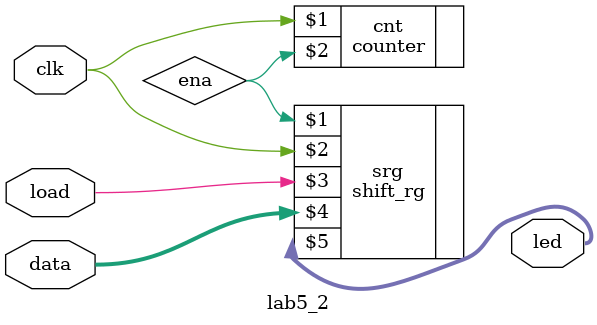
<source format=sv>
module lab5_2 (

	(*altera_attribute = "-name IO_STANDARD \"3.3-V LVCMOS\"",
    chip_pin = "23"*)
	input clk, 
	
	(*altera_attribute = "-name IO_STANDARD \"3.3-V LVCMOS\"",
    chip_pin = "58"*)
	input load,
	
	
	(*altera_attribute = "-name IO_STANDARD \"3.3-V LVCMOS\"",
    chip_pin = "88, 89, 90, 91, 49, 46, 25, 24"*)
	input [WIDTH_REG-1:0] data,
	
	
	(*altera_attribute = "-name IO_STANDARD \"3.3-V LVCMOS\"",
    chip_pin = "65, 66, 67, 68, 69, 70, 71, 72"*)
	output [WIDTH_REG-1:0] led
);
	parameter COUNT = 4;
	parameter WIDTH = 24;
	parameter WIDTH_REG = 8;

	wire ena; 
	
	counter #(WIDTH, COUNT) cnt (clk, ena);
	
	shift_rg #(WIDTH_REG) srg (ena,clk, load, data, led);
endmodule 
</source>
